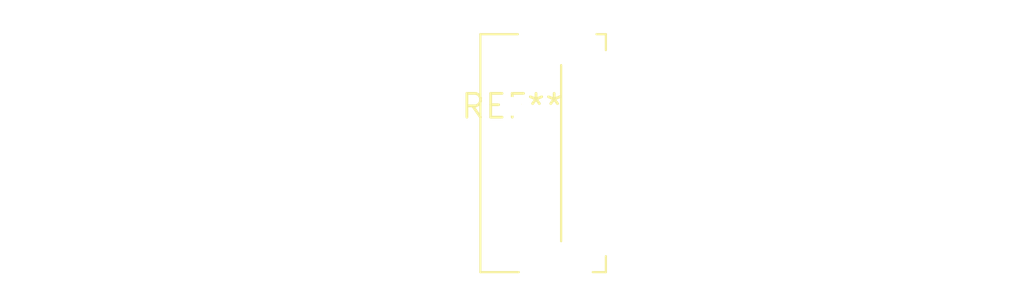
<source format=kicad_pcb>
(kicad_pcb (version 20240108) (generator pcbnew)
  (layers (0 "F.Cu" signal) (31 "B.Cu" signal) (34 "B.Paste" user) (35 "F.Paste" user) (36 "B.SilkS" user "B.Silkscreen") (37 "F.SilkS" user "F.Silkscreen") (38 "B.Mask" user) (39 "F.Mask" user) (44 "Edge.Cuts" user))
  (net 0 "")
  (footprint "RotaryEncoder_Bourns_Horizontal_PEC12R-2x17F-Nxxxx" (layer "F.Cu") (at 0 0)
    (property "Reference" "REF**")
    (property "Value" "RotaryEncoder_Bourns_Horizontal_PEC12R-2x17F-Nxxxx")
    (fp_line (start -1.7 -3.85) (end -1.7 8.85) (layer "F.SilkS") (stroke (width 0.12)))
    (fp_line (start -1.7 8.85) (end 0.35 8.85) (layer "F.SilkS") (stroke (width 0.12)))
    (fp_line (start 0.3 -3.85) (end -1.7 -3.85) (layer "F.SilkS") (stroke (width 0.12)))
    (fp_line (start 2.61 -2.2) (end 2.61 7.2) (layer "F.SilkS") (stroke (width 0.12)))
    (fp_line (start 4.3 8.85) (end 5 8.85) (layer "F.SilkS") (stroke (width 0.12)))
    (fp_line (start 5 -3.85) (end 4.5 -3.85) (layer "F.SilkS") (stroke (width 0.12)))
    (fp_line (start 5 -3) (end 5 -3.85) (layer "F.SilkS") (stroke (width 0.12)))
    (fp_line (start 5 8.85) (end 5 8) (layer "F.SilkS") (stroke (width 0.12)))
    (pad "A" thru_hole roundrect (at 0 0 270) (size 1.524 1.524) (drill 1) (layers *.Cu *.Mask) (remove_unused_layers) (roundrect_rratio 0.1640419948))
    (pad "B" thru_hole circle (at 0 5 270) (size 1.524 1.524) (drill 1) (layers *.Cu *.Mask) (remove_unused_layers))
    (pad "C" thru_hole circle (at 0 2.5 270) (size 1.524 1.524) (drill 1) (layers *.Cu *.Mask) (remove_unused_layers))
    (pad "SH" thru_hole roundrect (at 2.5 -3.95 180) (size 3.4 2.9) (drill oval 2.5 2.1 (offset 0.2 0)) (layers *.Cu *.Mask) (remove_unused_layers))
    (pad "SH" thru_hole roundrect (at 2.5 8.95 180) (size 3.4 2.9) (drill oval 2.5 2.1 (offset 0.2 0)) (layers *.Cu *.Mask) (remove_unused_layers))
  )
)
</source>
